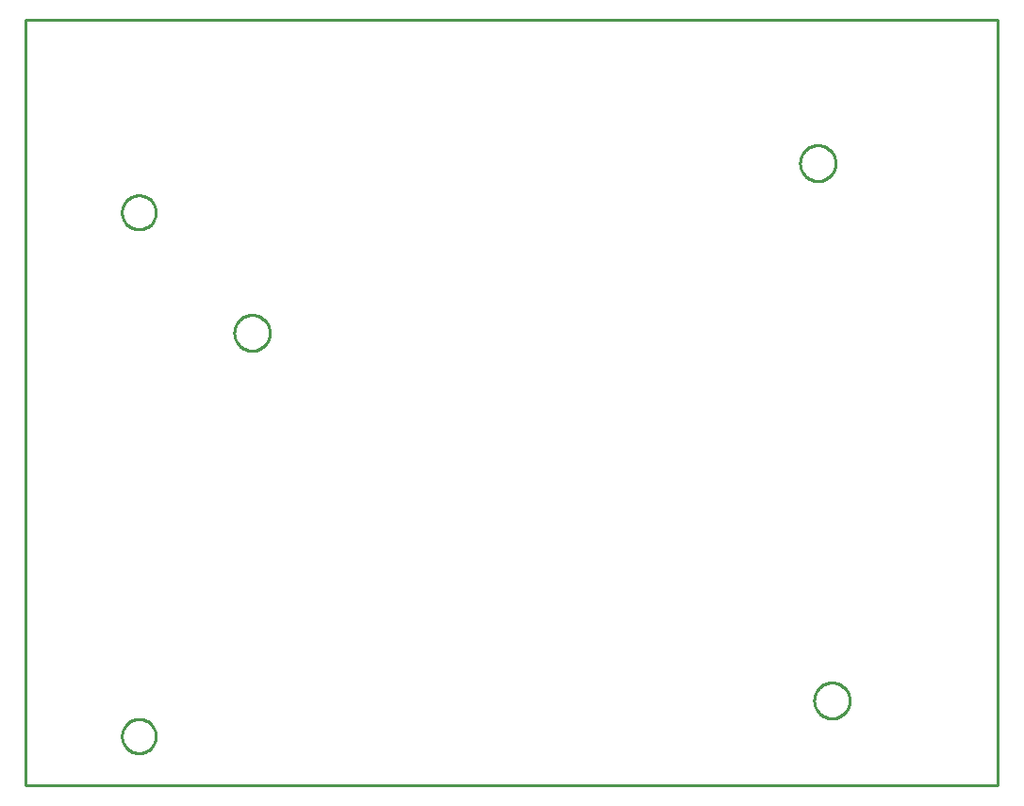
<source format=gbr>
G04 EAGLE Gerber X2 export*
%TF.Part,Single*%
%TF.FileFunction,Profile,NP*%
%TF.FilePolarity,Positive*%
%TF.GenerationSoftware,Autodesk,EAGLE,9.6.2*%
%TF.CreationDate,2020-09-17T23:14:19Z*%
G75*
%MOMM*%
%FSLAX34Y34*%
%LPD*%
%IN*%
%AMOC8*
5,1,8,0,0,1.08239X$1,22.5*%
G01*
%ADD10C,0.254000*%


D10*
X0Y0D02*
X873000Y0D01*
X873000Y687300D01*
X0Y687300D01*
X0Y0D01*
X101056Y499364D02*
X99970Y499442D01*
X98892Y499597D01*
X97829Y499828D01*
X96784Y500135D01*
X95764Y500515D01*
X94774Y500967D01*
X93819Y501489D01*
X92903Y502078D01*
X92031Y502730D01*
X91209Y503443D01*
X90439Y504213D01*
X89726Y505035D01*
X89074Y505907D01*
X88485Y506823D01*
X87963Y507778D01*
X87511Y508768D01*
X87131Y509788D01*
X86824Y510833D01*
X86593Y511896D01*
X86438Y512974D01*
X86360Y514060D01*
X86360Y515148D01*
X86438Y516234D01*
X86593Y517312D01*
X86824Y518375D01*
X87131Y519420D01*
X87511Y520440D01*
X87963Y521430D01*
X88485Y522385D01*
X89074Y523301D01*
X89726Y524173D01*
X90439Y524995D01*
X91209Y525765D01*
X92031Y526478D01*
X92903Y527130D01*
X93819Y527719D01*
X94774Y528241D01*
X95764Y528693D01*
X96784Y529073D01*
X97829Y529380D01*
X98892Y529611D01*
X99970Y529766D01*
X101056Y529844D01*
X102144Y529844D01*
X103230Y529766D01*
X104308Y529611D01*
X105371Y529380D01*
X106416Y529073D01*
X107436Y528693D01*
X108426Y528241D01*
X109381Y527719D01*
X110297Y527130D01*
X111169Y526478D01*
X111991Y525765D01*
X112761Y524995D01*
X113474Y524173D01*
X114126Y523301D01*
X114715Y522385D01*
X115237Y521430D01*
X115689Y520440D01*
X116069Y519420D01*
X116376Y518375D01*
X116607Y517312D01*
X116762Y516234D01*
X116840Y515148D01*
X116840Y514060D01*
X116762Y512974D01*
X116607Y511896D01*
X116376Y510833D01*
X116069Y509788D01*
X115689Y508768D01*
X115237Y507778D01*
X114715Y506823D01*
X114126Y505907D01*
X113474Y505035D01*
X112761Y504213D01*
X111991Y503443D01*
X111169Y502730D01*
X110297Y502078D01*
X109381Y501489D01*
X108426Y500967D01*
X107436Y500515D01*
X106416Y500135D01*
X105371Y499828D01*
X104308Y499597D01*
X103230Y499442D01*
X102144Y499364D01*
X101056Y499364D01*
X101056Y28956D02*
X99970Y29034D01*
X98892Y29189D01*
X97829Y29420D01*
X96784Y29727D01*
X95764Y30107D01*
X94774Y30559D01*
X93819Y31081D01*
X92903Y31670D01*
X92031Y32322D01*
X91209Y33035D01*
X90439Y33805D01*
X89726Y34627D01*
X89074Y35499D01*
X88485Y36415D01*
X87963Y37370D01*
X87511Y38360D01*
X87131Y39380D01*
X86824Y40425D01*
X86593Y41488D01*
X86438Y42566D01*
X86360Y43652D01*
X86360Y44740D01*
X86438Y45826D01*
X86593Y46904D01*
X86824Y47967D01*
X87131Y49012D01*
X87511Y50032D01*
X87963Y51022D01*
X88485Y51977D01*
X89074Y52893D01*
X89726Y53765D01*
X90439Y54587D01*
X91209Y55357D01*
X92031Y56070D01*
X92903Y56722D01*
X93819Y57311D01*
X94774Y57833D01*
X95764Y58285D01*
X96784Y58665D01*
X97829Y58972D01*
X98892Y59203D01*
X99970Y59358D01*
X101056Y59436D01*
X102144Y59436D01*
X103230Y59358D01*
X104308Y59203D01*
X105371Y58972D01*
X106416Y58665D01*
X107436Y58285D01*
X108426Y57833D01*
X109381Y57311D01*
X110297Y56722D01*
X111169Y56070D01*
X111991Y55357D01*
X112761Y54587D01*
X113474Y53765D01*
X114126Y52893D01*
X114715Y51977D01*
X115237Y51022D01*
X115689Y50032D01*
X116069Y49012D01*
X116376Y47967D01*
X116607Y46904D01*
X116762Y45826D01*
X116840Y44740D01*
X116840Y43652D01*
X116762Y42566D01*
X116607Y41488D01*
X116376Y40425D01*
X116069Y39380D01*
X115689Y38360D01*
X115237Y37370D01*
X114715Y36415D01*
X114126Y35499D01*
X113474Y34627D01*
X112761Y33805D01*
X111991Y33035D01*
X111169Y32322D01*
X110297Y31670D01*
X109381Y31081D01*
X108426Y30559D01*
X107436Y30107D01*
X106416Y29727D01*
X105371Y29420D01*
X104308Y29189D01*
X103230Y29034D01*
X102144Y28956D01*
X101056Y28956D01*
X695200Y558276D02*
X695269Y557231D01*
X695405Y556192D01*
X695610Y555165D01*
X695881Y554153D01*
X696217Y553161D01*
X696618Y552193D01*
X697082Y551254D01*
X697606Y550346D01*
X698188Y549475D01*
X698825Y548644D01*
X699516Y547857D01*
X700257Y547116D01*
X701044Y546425D01*
X701875Y545788D01*
X702746Y545206D01*
X703654Y544682D01*
X704593Y544218D01*
X705561Y543817D01*
X706553Y543481D01*
X707565Y543210D01*
X708592Y543005D01*
X709631Y542869D01*
X710676Y542800D01*
X711724Y542800D01*
X712769Y542869D01*
X713808Y543005D01*
X714835Y543210D01*
X715847Y543481D01*
X716839Y543817D01*
X717807Y544218D01*
X718746Y544682D01*
X719654Y545206D01*
X720525Y545788D01*
X721356Y546425D01*
X722143Y547116D01*
X722884Y547857D01*
X723575Y548644D01*
X724213Y549475D01*
X724795Y550346D01*
X725318Y551254D01*
X725782Y552193D01*
X726183Y553161D01*
X726519Y554153D01*
X726790Y555165D01*
X726995Y556192D01*
X727132Y557231D01*
X727200Y558276D01*
X727200Y559324D01*
X727132Y560369D01*
X726995Y561408D01*
X726790Y562435D01*
X726519Y563447D01*
X726183Y564439D01*
X725782Y565407D01*
X725318Y566346D01*
X724795Y567254D01*
X724213Y568125D01*
X723575Y568956D01*
X722884Y569743D01*
X722143Y570484D01*
X721356Y571175D01*
X720525Y571813D01*
X719654Y572395D01*
X718746Y572918D01*
X717807Y573382D01*
X716839Y573783D01*
X715847Y574119D01*
X714835Y574390D01*
X713808Y574595D01*
X712769Y574732D01*
X711724Y574800D01*
X710676Y574800D01*
X709631Y574732D01*
X708592Y574595D01*
X707565Y574390D01*
X706553Y574119D01*
X705561Y573783D01*
X704593Y573382D01*
X703654Y572918D01*
X702746Y572395D01*
X701875Y571813D01*
X701044Y571175D01*
X700257Y570484D01*
X699516Y569743D01*
X698825Y568956D01*
X698188Y568125D01*
X697606Y567254D01*
X697082Y566346D01*
X696618Y565407D01*
X696217Y564439D01*
X695881Y563447D01*
X695610Y562435D01*
X695405Y561408D01*
X695269Y560369D01*
X695200Y559324D01*
X695200Y558276D01*
X187200Y405876D02*
X187269Y404831D01*
X187405Y403792D01*
X187610Y402765D01*
X187881Y401753D01*
X188217Y400761D01*
X188618Y399793D01*
X189082Y398854D01*
X189606Y397946D01*
X190188Y397075D01*
X190825Y396244D01*
X191516Y395457D01*
X192257Y394716D01*
X193044Y394025D01*
X193875Y393388D01*
X194746Y392806D01*
X195654Y392282D01*
X196593Y391818D01*
X197561Y391417D01*
X198553Y391081D01*
X199565Y390810D01*
X200592Y390605D01*
X201631Y390469D01*
X202676Y390400D01*
X203724Y390400D01*
X204769Y390469D01*
X205808Y390605D01*
X206835Y390810D01*
X207847Y391081D01*
X208839Y391417D01*
X209807Y391818D01*
X210746Y392282D01*
X211654Y392806D01*
X212525Y393388D01*
X213356Y394025D01*
X214143Y394716D01*
X214884Y395457D01*
X215575Y396244D01*
X216213Y397075D01*
X216795Y397946D01*
X217318Y398854D01*
X217782Y399793D01*
X218183Y400761D01*
X218519Y401753D01*
X218790Y402765D01*
X218995Y403792D01*
X219132Y404831D01*
X219200Y405876D01*
X219200Y406924D01*
X219132Y407969D01*
X218995Y409008D01*
X218790Y410035D01*
X218519Y411047D01*
X218183Y412039D01*
X217782Y413007D01*
X217318Y413946D01*
X216795Y414854D01*
X216213Y415725D01*
X215575Y416556D01*
X214884Y417343D01*
X214143Y418084D01*
X213356Y418775D01*
X212525Y419413D01*
X211654Y419995D01*
X210746Y420518D01*
X209807Y420982D01*
X208839Y421383D01*
X207847Y421719D01*
X206835Y421990D01*
X205808Y422195D01*
X204769Y422332D01*
X203724Y422400D01*
X202676Y422400D01*
X201631Y422332D01*
X200592Y422195D01*
X199565Y421990D01*
X198553Y421719D01*
X197561Y421383D01*
X196593Y420982D01*
X195654Y420518D01*
X194746Y419995D01*
X193875Y419413D01*
X193044Y418775D01*
X192257Y418084D01*
X191516Y417343D01*
X190825Y416556D01*
X190188Y415725D01*
X189606Y414854D01*
X189082Y413946D01*
X188618Y413007D01*
X188217Y412039D01*
X187881Y411047D01*
X187610Y410035D01*
X187405Y409008D01*
X187269Y407969D01*
X187200Y406924D01*
X187200Y405876D01*
X707900Y75676D02*
X707969Y74631D01*
X708105Y73592D01*
X708310Y72565D01*
X708581Y71553D01*
X708917Y70561D01*
X709318Y69593D01*
X709782Y68654D01*
X710306Y67746D01*
X710888Y66875D01*
X711525Y66044D01*
X712216Y65257D01*
X712957Y64516D01*
X713744Y63825D01*
X714575Y63188D01*
X715446Y62606D01*
X716354Y62082D01*
X717293Y61618D01*
X718261Y61217D01*
X719253Y60881D01*
X720265Y60610D01*
X721292Y60405D01*
X722331Y60269D01*
X723376Y60200D01*
X724424Y60200D01*
X725469Y60269D01*
X726508Y60405D01*
X727535Y60610D01*
X728547Y60881D01*
X729539Y61217D01*
X730507Y61618D01*
X731446Y62082D01*
X732354Y62606D01*
X733225Y63188D01*
X734056Y63825D01*
X734843Y64516D01*
X735584Y65257D01*
X736275Y66044D01*
X736913Y66875D01*
X737495Y67746D01*
X738018Y68654D01*
X738482Y69593D01*
X738883Y70561D01*
X739219Y71553D01*
X739490Y72565D01*
X739695Y73592D01*
X739832Y74631D01*
X739900Y75676D01*
X739900Y76724D01*
X739832Y77769D01*
X739695Y78808D01*
X739490Y79835D01*
X739219Y80847D01*
X738883Y81839D01*
X738482Y82807D01*
X738018Y83746D01*
X737495Y84654D01*
X736913Y85525D01*
X736275Y86356D01*
X735584Y87143D01*
X734843Y87884D01*
X734056Y88575D01*
X733225Y89213D01*
X732354Y89795D01*
X731446Y90318D01*
X730507Y90782D01*
X729539Y91183D01*
X728547Y91519D01*
X727535Y91790D01*
X726508Y91995D01*
X725469Y92132D01*
X724424Y92200D01*
X723376Y92200D01*
X722331Y92132D01*
X721292Y91995D01*
X720265Y91790D01*
X719253Y91519D01*
X718261Y91183D01*
X717293Y90782D01*
X716354Y90318D01*
X715446Y89795D01*
X714575Y89213D01*
X713744Y88575D01*
X712957Y87884D01*
X712216Y87143D01*
X711525Y86356D01*
X710888Y85525D01*
X710306Y84654D01*
X709782Y83746D01*
X709318Y82807D01*
X708917Y81839D01*
X708581Y80847D01*
X708310Y79835D01*
X708105Y78808D01*
X707969Y77769D01*
X707900Y76724D01*
X707900Y75676D01*
M02*

</source>
